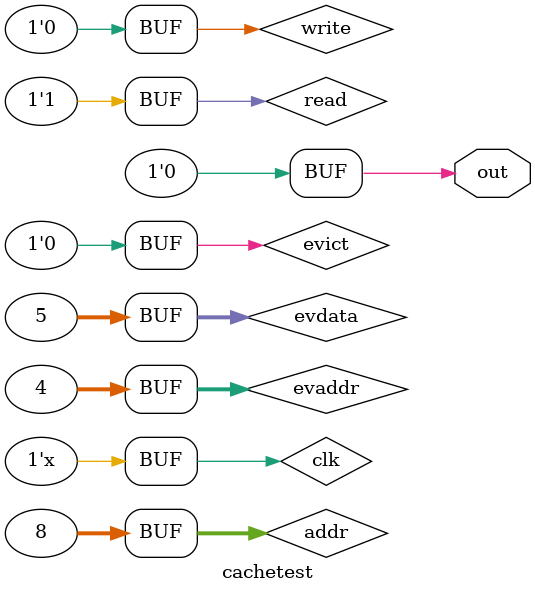
<source format=sv>
module cachetest(out);

parameter ADDRSIZE=32;
parameter TAGSIZE=28;
parameter DATASIZE=32;
parameter INDEXSIZE=4; // 2^ Indexsize rows 
parameter ROWS=16;

reg clk;
reg read,write,evict;
reg [DATASIZE-1:0] evdata;
reg [ADDRSIZE-1:0] addr,evaddr;
reg hit,done;
reg [DATASIZE-1:0] dataout;
output reg out;

assign out=0;

cache test(clk,addr,read,write,hit,dataout,evict,evaddr,evdata,done);

initial begin 

clk=0;
#5
write=1;
read=0;
addr=4;
evaddr=19;
evict=0;
evdata=20;
#190
read=1;
write=0;
addr=4;
evaddr=4;
evict=1;
evdata=5;
#190
read=1;
write=0;
addr=8;
evaddr=4;
evict=0;
evdata=5;
#190
read=0;
write=0;
addr=4;
evaddr=8;
evict=1;
evdata=11;
#190
read=1;
write=0;
addr=8;
evaddr=4;
evict=0;
evdata=5;

end

always begin 
#100 clk=~clk; 
end

endmodule

</source>
